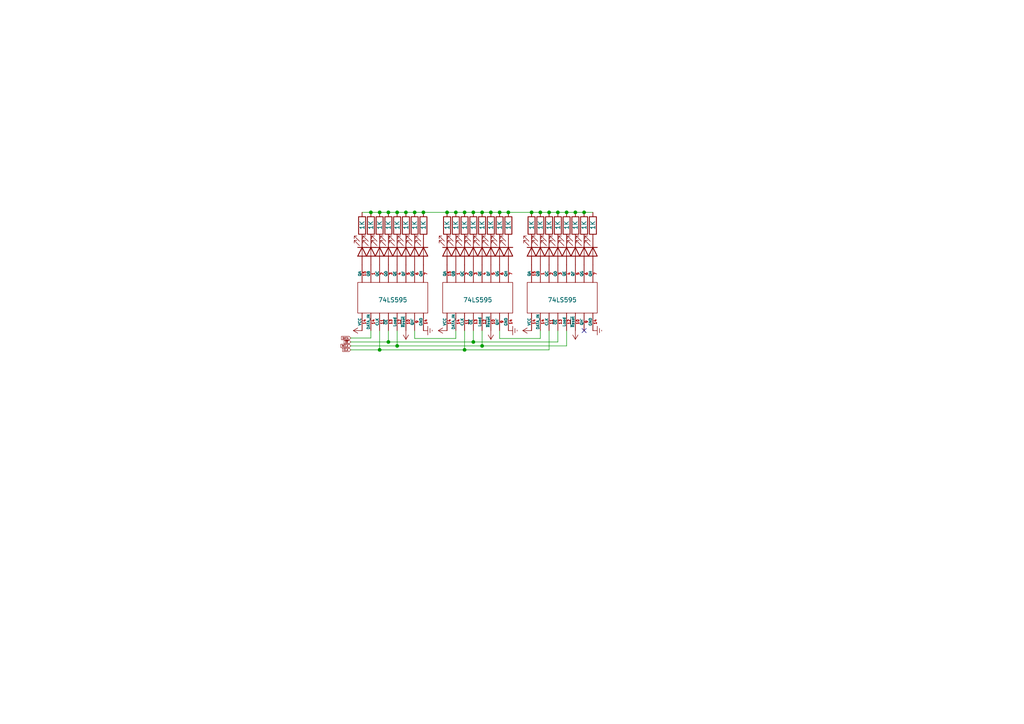
<source format=kicad_sch>
(kicad_sch (version 20211123) (generator eeschema)
  (paper "A4")
  (lib_symbols
    (symbol "74xx_IEEE:74LS595" (pin_names (offset 0))
      (property "Value" "74LS595" (at -2.54 -11.43 90))
      (symbol "74LS595_0_0"
        (rectangle (start -6.35 -1.27) (end 2.54 -21.59))
      )
      (symbol "74LS595_1_1"
        (pin tri_state line (at 7.62 -5.08 180) (length 5.08) (name "QB") (number "1"))
        (pin input line (at -11.43 -15.24 0) (length 5.08) (name "~{Reset}") (number "10"))
        (pin input line (at -11.43 -7.62 0) (length 5.08) (name "CLK") (number "11"))
        (pin input line (at -11.43 -12.7 0) (length 5.08) (name "Load") (number "12"))
        (pin input line (at -11.43 -10.16 0) (length 5.08) (name "~{OE}") (number "13"))
        (pin input line (at -11.43 -5.08 0) (length 5.08) (name "DATA_IN") (number "14"))
        (pin input line (at -11.43 -20.32 0) (length 5.08) (name "GND") (number "14"))
        (pin input line (at -11.43 -2.54 0) (length 5.08) (name "VCC") (number "14"))
        (pin tri_state line (at 7.62 -2.54 180) (length 5.08) (name "QA") (number "15"))
        (pin tri_state line (at 7.62 -7.62 180) (length 5.08) (name "QC") (number "2"))
        (pin tri_state line (at 7.62 -10.16 180) (length 5.08) (name "QD") (number "3"))
        (pin tri_state line (at 7.62 -12.7 180) (length 5.08) (name "QE") (number "4"))
        (pin tri_state line (at 7.62 -15.24 180) (length 5.08) (name "QF") (number "5"))
        (pin tri_state line (at 7.62 -17.78 180) (length 5.08) (name "QG") (number "6"))
        (pin tri_state line (at 7.62 -20.32 180) (length 5.08) (name "QH") (number "7"))
        (pin output line (at -11.43 -17.78 0) (length 5.08) (name "QH`") (number "9"))
      )
    )
    (symbol "Device:LED" (pin_numbers hide) (pin_names (offset 1.016) hide)
      (property "Reference" "D" (at 0 2.54 0))
      (property "Value" "LED" (at 0 -2.54 0))
      (symbol "LED_0_1"
        (polyline (pts (xy -1.27 -1.27) (xy -1.27 1.27)) (stroke (width 0.254)))
        (polyline (pts (xy -1.27 0) (xy 1.27 0)))
        (polyline (pts (xy 1.27 -1.27) (xy 1.27 1.27) (xy -1.27 0) (xy 1.27 -1.27)) (stroke (width 0.254)))
        (polyline (pts (xy -3.048 -0.762) (xy -4.572 -2.286) (xy -3.81 -2.286) (xy -4.572 -2.286) (xy -4.572 -1.524)))
        (polyline (pts (xy -1.778 -0.762) (xy -3.302 -2.286) (xy -2.54 -2.286) (xy -3.302 -2.286) (xy -3.302 -1.524)))
      )
      (symbol "LED_1_1"
        (pin passive line (at -3.81 0 0) (length 2.54) (name "K") (number "1"))
        (pin passive line (at 3.81 0 180) (length 2.54) (name "A") (number "2"))
      )
    )
    (symbol "Device:R" (pin_numbers hide) (pin_names (offset 0))
      (property "Reference" "R" (at 2.032 0 90))
      (property "Value" "R" (at 0 0 90))
      (symbol "R_0_1"
        (rectangle (start -1.016 -2.54) (end 1.016 2.54) (stroke (width 0.254)))
      )
      (symbol "R_1_1"
        (pin passive line (at 0 3.81 270) (length 1.27) (name "~") (number "1"))
        (pin passive line (at 0 -3.81 90) (length 1.27) (name "~") (number "2"))
      )
    )
    (symbol "power:Earth" (power) (pin_names (offset 0))
      (symbol "Earth_0_1"
        (polyline (pts (xy -0.635 -1.905) (xy 0.635 -1.905)))
        (polyline (pts (xy -0.127 -2.54) (xy 0.127 -2.54)))
        (polyline (pts (xy 0 -1.27) (xy 0 0)))
        (polyline (pts (xy 1.27 -1.27) (xy -1.27 -1.27)))
      )
      (symbol "Earth_1_1"
        (pin power_in line (at 0 0 270) (length 0) hide (name "Earth") (number "1"))
      )
    )
    (symbol "power:VCC" (power) (pin_names (offset 0))
      (property "Value" "VCC" (at 0 3.81 0))
      (symbol "VCC_0_1"
        (polyline (pts (xy -0.762 1.27) (xy 0 2.54)))
        (polyline (pts (xy 0 0) (xy 0 2.54)))
        (polyline (pts (xy 0 2.54) (xy 0.762 1.27)))
      )
      (symbol "VCC_1_1"
        (pin power_in line (at 0 0 90) (length 0) hide (name "VCC") (number "1"))
      )
    )
  )
  (junction (at 129.667 61.595))
  (junction (at 169.418 61.595))
  (junction (at 112.649 99.187))
  (junction (at 156.718 61.595))
  (junction (at 110.109 61.595))
  (junction (at 132.207 61.595))
  (junction (at 144.907 61.595))
  (junction (at 139.827 61.595))
  (junction (at 137.287 61.595))
  (junction (at 137.287 99.187))
  (junction (at 134.747 61.595))
  (junction (at 166.878 61.595))
  (junction (at 154.178 61.595))
  (junction (at 115.189 100.33))
  (junction (at 164.338 61.595))
  (junction (at 117.729 61.595))
  (junction (at 147.447 61.595))
  (junction (at 112.649 61.595))
  (junction (at 139.827 100.33))
  (junction (at 142.367 61.595))
  (junction (at 110.109 101.473))
  (junction (at 115.189 61.595))
  (junction (at 159.258 61.595))
  (junction (at 134.747 101.473))
  (junction (at 161.798 61.595))
  (junction (at 122.809 61.595))
  (junction (at 107.569 61.595))
  (junction (at 120.269 61.595))
  (no_connect (at 169.418 95.885))
  (wire (pts (xy 164.338 100.33) (xy 139.827 100.33)))
  (wire (pts (xy 101.727 99.187) (xy 112.649 99.187)))
  (wire (pts (xy 142.367 61.595) (xy 144.907 61.595)))
  (wire (pts (xy 161.798 95.885) (xy 161.798 99.187)))
  (wire (pts (xy 169.418 61.595) (xy 171.958 61.595)))
  (wire (pts (xy 134.747 61.595) (xy 137.287 61.595)))
  (wire (pts (xy 164.338 95.885) (xy 164.338 100.33)))
  (wire (pts (xy 115.189 95.885) (xy 115.189 100.33)))
  (wire (pts (xy 137.287 61.595) (xy 139.827 61.595)))
  (wire (pts (xy 101.727 101.473) (xy 110.109 101.473)))
  (wire (pts (xy 159.258 61.595) (xy 161.798 61.595)))
  (wire (pts (xy 120.269 61.595) (xy 122.809 61.595)))
  (wire (pts (xy 156.718 98.171) (xy 156.718 95.885)))
  (wire (pts (xy 120.269 95.885) (xy 120.269 98.171)))
  (wire (pts (xy 132.207 61.595) (xy 134.747 61.595)))
  (wire (pts (xy 159.258 101.473) (xy 134.747 101.473)))
  (wire (pts (xy 154.178 61.595) (xy 156.718 61.595)))
  (wire (pts (xy 101.727 100.33) (xy 115.189 100.33)))
  (wire (pts (xy 161.798 61.595) (xy 164.338 61.595)))
  (wire (pts (xy 139.827 61.595) (xy 142.367 61.595)))
  (wire (pts (xy 134.747 95.885) (xy 134.747 101.473)))
  (wire (pts (xy 112.649 95.885) (xy 112.649 99.187)))
  (wire (pts (xy 137.287 99.187) (xy 137.287 95.885)))
  (wire (pts (xy 166.878 61.595) (xy 169.418 61.595)))
  (wire (pts (xy 161.798 99.187) (xy 137.287 99.187)))
  (wire (pts (xy 120.269 98.171) (xy 132.207 98.171)))
  (wire (pts (xy 115.189 100.33) (xy 139.827 100.33)))
  (wire (pts (xy 101.727 98.044) (xy 107.569 98.044)))
  (wire (pts (xy 112.649 99.187) (xy 137.287 99.187)))
  (wire (pts (xy 132.207 98.171) (xy 132.207 95.885)))
  (wire (pts (xy 129.667 61.595) (xy 132.207 61.595)))
  (wire (pts (xy 110.109 101.473) (xy 110.109 95.885)))
  (wire (pts (xy 156.718 61.595) (xy 159.258 61.595)))
  (wire (pts (xy 144.907 98.171) (xy 156.718 98.171)))
  (wire (pts (xy 107.569 61.595) (xy 110.109 61.595)))
  (wire (pts (xy 147.447 61.595) (xy 154.178 61.595)))
  (wire (pts (xy 144.907 61.595) (xy 147.447 61.595)))
  (wire (pts (xy 134.747 101.473) (xy 110.109 101.473)))
  (wire (pts (xy 139.827 100.33) (xy 139.827 95.885)))
  (wire (pts (xy 110.109 61.595) (xy 112.649 61.595)))
  (wire (pts (xy 164.338 61.595) (xy 166.878 61.595)))
  (wire (pts (xy 107.569 95.885) (xy 107.569 98.044)))
  (wire (pts (xy 117.729 61.595) (xy 120.269 61.595)))
  (wire (pts (xy 159.258 95.885) (xy 159.258 101.473)))
  (wire (pts (xy 115.189 61.595) (xy 117.729 61.595)))
  (wire (pts (xy 105.029 61.595) (xy 107.569 61.595)))
  (wire (pts (xy 144.907 95.885) (xy 144.907 98.171)))
  (wire (pts (xy 112.649 61.595) (xy 115.189 61.595)))
  (wire (pts (xy 122.809 61.595) (xy 129.667 61.595)))
  (global_label "~{OE}" (shape input) (at 101.727 99.187 180) (effects (font (size 0.5 0.5))) (property "Intersheet References" "${INTERSHEET_REFS}" (effects hide)))
  (global_label "RCLK" (shape input) (at 101.727 100.33 180) (effects (font (size 0.5 0.5))) (property "Intersheet References" "${INTERSHEET_REFS}" (effects hide)))
  (global_label "CLK" (shape input) (at 101.727 101.473 180) (effects (font (size 0.5 0.5))) (property "Intersheet References" "${INTERSHEET_REFS}" (effects hide)))
  (global_label "DATA" (shape input) (at 101.727 98.044 180) (effects (font (size 0.5 0.5))) (property "Intersheet References" "${INTERSHEET_REFS}" (effects hide)))
  (symbol (lib_id "Device:LED") (at 110.109 73.025 270) (unit 1)
    (property "Reference" "D?" (effects hide))
    (property "Value" "LED" (effects hide))
  )
  (symbol (lib_id "power:VCC") (at 117.729 95.885 0) (mirror x) (unit 1)
    (property "Reference" "#PWR?" (effects hide))
    (property "Value" "VCC" (effects hide))
  )
  (symbol (lib_id "Device:LED") (at 115.189 73.025 270) (unit 1)
    (property "Reference" "D?" (effects hide))
    (property "Value" "LED" (effects hide))
  )
  (symbol (lib_id "Device:R") (at 169.418 65.405 0) (unit 1)
    (property "Reference" "1K?" (effects hide))
    (property "Value" "1K" (at 169.418 66.675 90) (effects (justify left)))
  )
  (symbol (lib_id "Device:R") (at 129.667 65.405 0) (unit 1)
    (property "Reference" "1K?" (effects hide))
    (property "Value" "1K" (at 129.667 66.675 90) (effects (justify left)))
  )
  (symbol (lib_id "power:VCC") (at 105.029 95.885 90) (mirror x) (unit 1)
    (property "Reference" "#PWR?" (effects hide))
    (property "Value" "VCC" (effects hide))
  )
  (symbol (lib_id "Device:LED") (at 117.729 73.025 270) (unit 1)
    (property "Reference" "D?" (effects hide))
    (property "Value" "LED" (effects hide))
  )
  (symbol (lib_id "power:Earth") (at 122.809 95.885 90) (unit 1)
    (property "Reference" "#PWR?" (effects hide))
    (property "Value" "Earth" (effects hide))
  )
  (symbol (lib_id "power:VCC") (at 129.667 95.885 90) (mirror x) (unit 1)
    (property "Reference" "#PWR?" (effects hide))
    (property "Value" "VCC" (effects hide))
  )
  (symbol (lib_id "Device:R") (at 134.747 65.405 0) (unit 1)
    (property "Reference" "1K?" (effects hide))
    (property "Value" "1K" (at 134.747 66.675 90) (effects (justify left)))
  )
  (symbol (lib_id "Device:R") (at 161.798 65.405 0) (unit 1)
    (property "Reference" "1K?" (effects hide))
    (property "Value" "1K" (at 161.798 66.675 90) (effects (justify left)))
  )
  (symbol (lib_id "Device:LED") (at 122.809 73.025 270) (unit 1)
    (property "Reference" "D?" (effects hide))
    (property "Value" "LED" (effects hide))
  )
  (symbol (lib_id "Device:LED") (at 107.569 73.025 270) (unit 1)
    (property "Reference" "D?" (effects hide))
    (property "Value" "LED" (effects hide))
  )
  (symbol (lib_id "Device:R") (at 166.878 65.405 0) (unit 1)
    (property "Reference" "1K?" (effects hide))
    (property "Value" "1K" (at 166.878 66.675 90) (effects (justify left)))
  )
  (symbol (lib_id "Device:R") (at 164.338 65.405 0) (unit 1)
    (property "Reference" "1K?" (effects hide))
    (property "Value" "1K" (at 164.338 66.675 90) (effects (justify left)))
  )
  (symbol (lib_id "Device:LED") (at 134.747 73.025 270) (unit 1)
    (property "Reference" "D?" (effects hide))
    (property "Value" "LED" (effects hide))
  )
  (symbol (lib_id "Device:LED") (at 120.269 73.025 270) (unit 1)
    (property "Reference" "D?" (effects hide))
    (property "Value" "LED" (effects hide))
  )
  (symbol (lib_id "Device:LED") (at 154.178 73.025 270) (unit 1)
    (property "Reference" "D?" (effects hide))
    (property "Value" "LED" (effects hide))
  )
  (symbol (lib_id "Device:LED") (at 156.718 73.025 270) (unit 1)
    (property "Reference" "D?" (effects hide))
    (property "Value" "LED" (effects hide))
  )
  (symbol (lib_id "Device:R") (at 147.447 65.405 0) (unit 1)
    (property "Reference" "1K?" (effects hide))
    (property "Value" "1K" (at 147.447 66.675 90) (effects (justify left)))
  )
  (symbol (lib_id "Device:LED") (at 129.667 73.025 270) (unit 1)
    (property "Reference" "D?" (effects hide))
    (property "Value" "LED" (effects hide))
  )
  (symbol (lib_id "Device:R") (at 137.287 65.405 0) (unit 1)
    (property "Reference" "1K?" (effects hide))
    (property "Value" "1K" (at 137.287 66.675 90) (effects (justify left)))
  )
  (symbol (lib_id "power:VCC") (at 166.878 95.885 0) (mirror x) (unit 1)
    (property "Reference" "#PWR?" (effects hide))
    (property "Value" "VCC" (effects hide))
  )
  (symbol (lib_id "power:Earth") (at 171.958 95.885 90) (unit 1)
    (property "Reference" "#PWR?" (effects hide))
    (property "Value" "Earth" (effects hide))
  )
  (symbol (lib_id "Device:LED") (at 142.367 73.025 270) (unit 1)
    (property "Reference" "D?" (effects hide))
    (property "Value" "LED" (effects hide))
  )
  (symbol (lib_id "Device:R") (at 120.269 65.405 0) (unit 1)
    (property "Reference" "1K?" (effects hide))
    (property "Value" "1K" (at 120.269 66.675 90) (effects (justify left)))
  )
  (symbol (lib_id "Device:LED") (at 132.207 73.025 270) (unit 1)
    (property "Reference" "D?" (effects hide))
    (property "Value" "LED" (effects hide))
  )
  (symbol (lib_id "power:VCC") (at 142.367 95.885 0) (mirror x) (unit 1)
    (property "Reference" "#PWR?" (effects hide))
    (property "Value" "VCC" (effects hide))
  )
  (symbol (lib_id "Device:R") (at 171.958 65.405 0) (unit 1)
    (property "Reference" "1K?" (effects hide))
    (property "Value" "1K" (at 171.958 66.675 90) (effects (justify left)))
  )
  (symbol (lib_id "Device:R") (at 110.109 65.405 0) (unit 1)
    (property "Reference" "1K?" (effects hide))
    (property "Value" "1K" (at 110.109 66.675 90) (effects (justify left)))
  )
  (symbol (lib_id "Device:LED") (at 171.958 73.025 270) (unit 1)
    (property "Reference" "D?" (effects hide))
    (property "Value" "LED" (effects hide))
  )
  (symbol (lib_id "Device:R") (at 142.367 65.405 0) (unit 1)
    (property "Reference" "1K?" (effects hide))
    (property "Value" "1K" (at 142.367 66.675 90) (effects (justify left)))
  )
  (symbol (lib_id "Device:LED") (at 112.649 73.025 270) (unit 1)
    (property "Reference" "D?" (effects hide))
    (property "Value" "LED" (effects hide))
  )
  (symbol (lib_id "power:Earth") (at 147.447 95.885 90) (unit 1)
    (property "Reference" "#PWR?" (effects hide))
    (property "Value" "Earth" (effects hide))
  )
  (symbol (lib_id "Device:R") (at 132.207 65.405 0) (unit 1)
    (property "Reference" "1K?" (effects hide))
    (property "Value" "1K" (at 132.207 66.675 90) (effects (justify left)))
  )
  (symbol (lib_id "Device:LED") (at 147.447 73.025 270) (unit 1)
    (property "Reference" "D?" (effects hide))
    (property "Value" "LED" (effects hide))
  )
  (symbol (lib_id "Device:R") (at 117.729 65.405 0) (unit 1)
    (property "Reference" "1K?" (effects hide))
    (property "Value" "1K" (at 117.729 66.675 90) (effects (justify left)))
  )
  (symbol (lib_id "Device:LED") (at 137.287 73.025 270) (unit 1)
    (property "Reference" "D?" (effects hide))
    (property "Value" "LED" (effects hide))
  )
  (symbol (lib_id "74xx_IEEE:74LS595") (at 102.489 84.455 90) (unit 1)
    (property "Reference" "U?" (effects hide))
    (property "Value" "74LS595" (at 113.919 86.995 90))
  )
  (symbol (lib_id "Device:R") (at 159.258 65.405 0) (unit 1)
    (property "Reference" "1K?" (effects hide))
    (property "Value" "1K" (at 159.258 66.675 90) (effects (justify left)))
  )
  (symbol (lib_id "Device:LED") (at 159.258 73.025 270) (unit 1)
    (property "Reference" "D?" (effects hide))
    (property "Value" "LED" (effects hide))
  )
  (symbol (lib_id "Device:R") (at 154.178 65.405 0) (unit 1)
    (property "Reference" "1K" (effects hide))
    (property "Value" "1K" (at 154.178 66.675 90) (effects (justify left)))
  )
  (symbol (lib_id "Device:LED") (at 105.029 73.025 270) (unit 1)
    (property "Reference" "D?" (effects hide))
    (property "Value" "LED" (effects hide))
  )
  (symbol (lib_id "Device:LED") (at 169.418 73.025 270) (unit 1)
    (property "Reference" "D?" (effects hide))
    (property "Value" "LED" (effects hide))
  )
  (symbol (lib_id "Device:R") (at 122.809 65.405 0) (unit 1)
    (property "Reference" "1K?" (effects hide))
    (property "Value" "1K" (at 122.809 66.675 90) (effects (justify left)))
  )
  (symbol (lib_id "Device:LED") (at 161.798 73.025 270) (unit 1)
    (property "Reference" "D?" (effects hide))
    (property "Value" "LED" (effects hide))
  )
  (symbol (lib_id "Device:R") (at 139.827 65.405 0) (unit 1)
    (property "Reference" "1K?" (effects hide))
    (property "Value" "1K" (at 139.827 66.675 90) (effects (justify left)))
  )
  (symbol (lib_id "Device:R") (at 105.029 65.405 0) (unit 1)
    (property "Reference" "1K?" (effects hide))
    (property "Value" "1K" (at 105.029 66.675 90) (effects (justify left)))
  )
  (symbol (lib_id "Device:LED") (at 166.878 73.025 270) (unit 1)
    (property "Reference" "D?" (effects hide))
    (property "Value" "LED" (effects hide))
  )
  (symbol (lib_id "74xx_IEEE:74LS595") (at 127.127 84.455 90) (unit 1)
    (property "Reference" "U?" (effects hide))
    (property "Value" "74LS595" (at 138.557 86.995 90))
  )
  (symbol (lib_id "Device:R") (at 112.649 65.405 0) (unit 1)
    (property "Reference" "1K?" (effects hide))
    (property "Value" "1K" (at 112.649 66.675 90) (effects (justify left)))
  )
  (symbol (lib_id "Device:R") (at 115.189 65.405 0) (unit 1)
    (property "Reference" "1K?" (effects hide))
    (property "Value" "1K" (at 115.189 66.675 90) (effects (justify left)))
  )
  (symbol (lib_id "Device:LED") (at 144.907 73.025 270) (unit 1)
    (property "Reference" "D?" (effects hide))
    (property "Value" "LED" (effects hide))
  )
  (symbol (lib_id "Device:LED") (at 164.338 73.025 270) (unit 1)
    (property "Reference" "D?" (effects hide))
    (property "Value" "LED" (effects hide))
  )
  (symbol (lib_id "Device:R") (at 107.569 65.405 0) (unit 1)
    (property "Reference" "1K?" (effects hide))
    (property "Value" "1K" (at 107.569 66.675 90) (effects (justify left)))
  )
  (symbol (lib_id "Device:R") (at 156.718 65.405 0) (unit 1)
    (property "Reference" "1K?" (effects hide))
    (property "Value" "1K" (at 156.718 66.675 90) (effects (justify left)))
  )
  (symbol (lib_id "Device:LED") (at 139.827 73.025 270) (unit 1)
    (property "Reference" "D?" (effects hide))
    (property "Value" "LED" (effects hide))
  )
  (symbol (lib_id "74xx_IEEE:74LS595") (at 151.638 84.455 90) (unit 1)
    (property "Reference" "U?" (effects hide))
    (property "Value" "74LS595" (at 163.068 86.995 90))
  )
  (symbol (lib_id "Device:R") (at 144.907 65.405 0) (unit 1)
    (property "Reference" "1K?" (effects hide))
    (property "Value" "1K" (at 144.907 66.675 90) (effects (justify left)))
  )
  (symbol (lib_id "power:VCC") (at 154.178 95.885 90) (mirror x) (unit 1)
    (property "Reference" "#PWR?" (effects hide))
    (property "Value" "VCC" (effects hide))
  )
)
</source>
